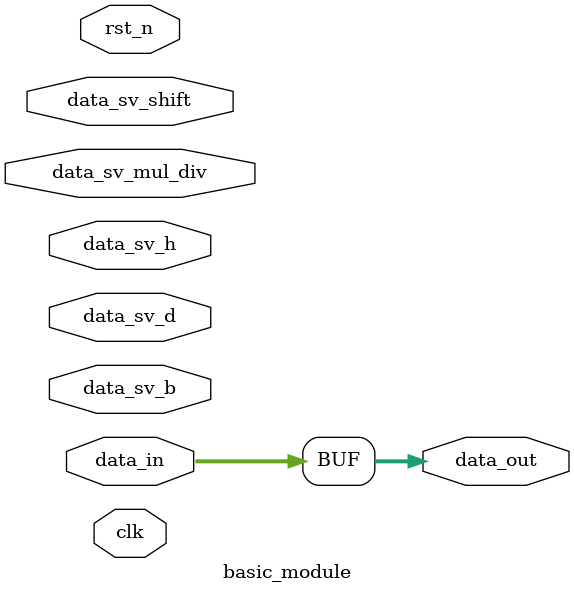
<source format=sv>
`timescale 1ns/1ps

`define DATA_WIDTH 8
`define DATA_WIDTH_SV_H 8'hac
`define DATA_WIDTH_SV_D 8'd512
`define DATA_WIDTH_SV_B 8'b00101000

module basic_module
(
    input  logic                      clk,
    input  logic                      rst_n,
    input  logic [`DATA_WIDTH-1:0]    data_in,
    output logic [`DATA_WIDTH- 1:0]    data_out,
    input [`DATA_WIDTH_SV_H-1:0]  data_sv_h,
    input [`DATA_WIDTH_SV_D -1:0]  data_sv_d,
    input [`DATA_WIDTH_SV_B - 1:0]  data_sv_b,
    input [(1  <<12 ) - 1:0] data_sv_shift,
    input [( 256 * 4 ) / 8-1:0] data_sv_mul_div
);

    // Simple combinational pass-through
    assign data_out = data_in;

endmodule


</source>
